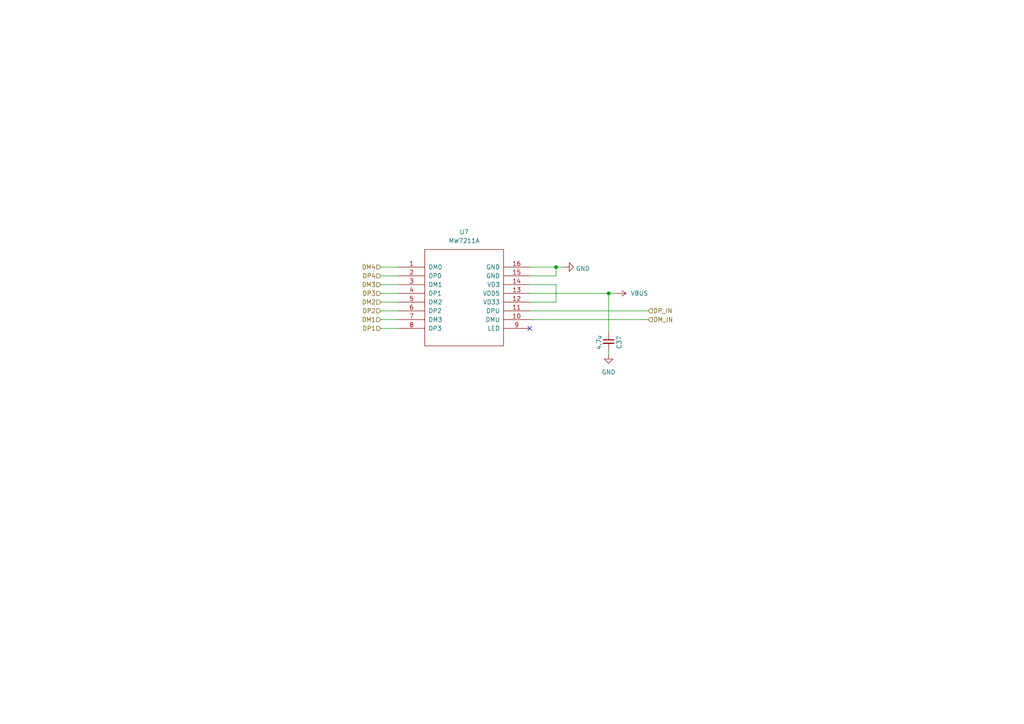
<source format=kicad_sch>
(kicad_sch (version 20250114) (generator "eeschema") (generator_version "9.0")
  (paper "A4")
  (title_block (title "MiniFRANK RM1") (date "2025-04-07") (rev "${VERSION}") (company "Mikhail Matveev") (comment 1 "https://github.com/xtremespb/frank"))
  (lib_symbols
    (symbol "Device:C_Small" (pin_numbers (hide yes)) (pin_names (offset 0.254) (hide yes))
      (property "Reference" "C" (at 0.254 1.778 0))
      (property "Value" "C_Small" (at 0.254 -2.032 0))
      (symbol "C_Small_0_1"
        (polyline (pts (xy -1.524 0.508) (xy 1.524 0.508)) (stroke (width 0.3048)))
        (polyline (pts (xy -1.524 -0.508) (xy 1.524 -0.508)) (stroke (width 0.3302)))
      )
      (symbol "C_Small_1_1"
        (pin passive line (at 0 2.54 270) (length 2.032) (name "~") (number "1"))
        (pin passive line (at 0 -2.54 90) (length 2.032) (name "~") (number "2"))
      )
    )
    (symbol "FRANK:MW7211A" (pin_names (offset 1.016))
      (property "Reference" "U10" (at 0 19.05 0))
      (property "Value" "MW7211A" (at 0 16.51 0))
      (symbol "MW7211A_1_0"
        (rectangle (start -11.43 -13.97) (end 11.43 13.97))
      )
      (symbol "MW7211A_1_1"
        (pin input line (at -19.05 8.89 0) (length 7.62) (name "DM0") (number "1"))
        (pin input line (at -19.05 6.35 0) (length 7.62) (name "DP0") (number "2"))
        (pin input line (at -19.05 3.81 0) (length 7.62) (name "DM1") (number "3"))
        (pin input line (at -19.05 1.27 0) (length 7.62) (name "DP1") (number "4"))
        (pin input line (at -19.05 -1.27 0) (length 7.62) (name "DM2") (number "5"))
        (pin input line (at -19.05 -3.81 0) (length 7.62) (name "DP2") (number "6"))
        (pin input line (at -19.05 -6.35 0) (length 7.62) (name "DM3") (number "7"))
        (pin input line (at -19.05 -8.89 0) (length 7.62) (name "DP3") (number "8"))
        (pin input line (at 19.05 8.89 180) (length 7.62) (name "GND") (number "16"))
        (pin input line (at 19.05 6.35 180) (length 7.62) (name "GND") (number "15"))
        (pin input line (at 19.05 3.81 180) (length 7.62) (name "VD3") (number "14"))
        (pin input line (at 19.05 1.27 180) (length 7.62) (name "VDD5") (number "13"))
        (pin input line (at 19.05 -1.27 180) (length 7.62) (name "VD33") (number "12"))
        (pin input line (at 19.05 -3.81 180) (length 7.62) (name "DPU") (number "11"))
        (pin input line (at 19.05 -6.35 180) (length 7.62) (name "DMU") (number "10"))
        (pin input line (at 19.05 -8.89 180) (length 7.62) (name "LED") (number "9"))
      )
    )
    (symbol "power:GND" (power) (pin_numbers (hide yes)) (pin_names (offset 0) (hide yes))
      (property "Value" "GND" (at 0 -3.81 0))
      (symbol "GND_0_1"
        (polyline (pts (xy 0 0) (xy 0 -1.27) (xy 1.27 -1.27) (xy 0 -2.54) (xy -1.27 -1.27) (xy 0 -1.27)))
      )
      (symbol "GND_1_1"
        (pin power_in line (at 0 0 270) (length 0) (name "~") (number "1"))
      )
    )
    (symbol "power:VBUS" (power) (pin_numbers (hide yes)) (pin_names (offset 0) (hide yes))
      (property "Value" "VBUS" (at 0 3.556 0))
      (symbol "VBUS_0_1"
        (polyline (pts (xy -0.762 1.27) (xy 0 2.54)))
        (polyline (pts (xy 0 2.54) (xy 0.762 1.27)))
        (polyline (pts (xy 0 0) (xy 0 2.54)))
      )
      (symbol "VBUS_1_1"
        (pin power_in line (at 0 0 90) (length 0) (name "~") (number "1"))
      )
    )
  )
  (junction (at 161.29 77.47))
  (junction (at 176.53 85.09))
  (no_connect (at 153.67 95.25))
  (wire (pts (xy 110.49 85.09) (xy 115.57 85.09)))
  (wire (pts (xy 161.29 82.55) (xy 153.67 82.55)))
  (wire (pts (xy 161.29 77.47) (xy 153.67 77.47)))
  (wire (pts (xy 153.67 87.63) (xy 161.29 87.63)))
  (wire (pts (xy 176.53 102.87) (xy 176.53 101.6)))
  (wire (pts (xy 153.67 85.09) (xy 176.53 85.09)))
  (wire (pts (xy 110.49 82.55) (xy 115.57 82.55)))
  (wire (pts (xy 153.67 80.01) (xy 161.29 80.01)))
  (wire (pts (xy 161.29 87.63) (xy 161.29 82.55)))
  (wire (pts (xy 110.49 87.63) (xy 115.57 87.63)))
  (wire (pts (xy 110.49 77.47) (xy 115.57 77.47)))
  (wire (pts (xy 161.29 80.01) (xy 161.29 77.47)))
  (wire (pts (xy 110.49 92.71) (xy 115.57 92.71)))
  (wire (pts (xy 176.53 85.09) (xy 179.07 85.09)))
  (wire (pts (xy 110.49 90.17) (xy 115.57 90.17)))
  (wire (pts (xy 153.67 90.17) (xy 187.96 90.17)))
  (wire (pts (xy 153.67 92.71) (xy 187.96 92.71)))
  (wire (pts (xy 163.83 77.47) (xy 161.29 77.47)))
  (wire (pts (xy 110.49 95.25) (xy 115.57 95.25)))
  (wire (pts (xy 110.49 80.01) (xy 115.57 80.01)))
  (wire (pts (xy 176.53 85.09) (xy 176.53 96.52)))
  (hierarchical_label "DM2" (shape input) (at 110.49 87.63 180))
  (hierarchical_label "DP3" (shape input) (at 110.49 85.09 180))
  (hierarchical_label "DM_IN" (shape input) (at 187.96 92.71 0))
  (hierarchical_label "DM3" (shape input) (at 110.49 82.55 180))
  (hierarchical_label "DP4" (shape input) (at 110.49 80.01 180))
  (hierarchical_label "DM1" (shape input) (at 110.49 92.71 180))
  (hierarchical_label "DP_IN" (shape input) (at 187.96 90.17 0))
  (hierarchical_label "DP2" (shape input) (at 110.49 90.17 180))
  (hierarchical_label "DP1" (shape input) (at 110.49 95.25 180))
  (hierarchical_label "DM4" (shape input) (at 110.49 77.47 180))
  (symbol (lib_id "power:GND") (at 176.53 102.87 0) (unit 1)
    (property "Reference" "#PWR091" (effects (hide yes)))
    (property "Value" "GND" (at 176.53 107.95 0))
    (property "Description" "Power symbol creates a global label with name \"GND\" , ground" (effects (hide yes)))
  )
  (symbol (lib_id "power:VBUS") (at 179.07 85.09 270) (unit 1)
    (property "Reference" "#PWR090" (effects (hide yes)))
    (property "Value" "VBUS" (at 182.88 85.0899 90) (effects (justify left)))
    (property "Description" "Power symbol creates a global label with name \"VBUS\"" (effects (hide yes)))
  )
  (symbol (lib_id "power:GND") (at 163.83 77.47 90) (unit 1)
    (property "Reference" "#PWR089" (effects (hide yes)))
    (property "Value" "GND" (at 167.005 77.9038 90) (effects (justify right)))
    (property "Description" "Power symbol creates a global label with name \"GND\" , ground" (effects (hide yes)))
  )
  (symbol (lib_id "Device:C_Small") (at 176.53 99.06 0) (unit 1)
    (property "Reference" "C37" (at 179.578 99.314 90))
    (property "Value" "4.7u" (at 173.736 99.314 90))
    (property "Footprint" "FRANK:Capacitor (0805)" (effects (hide yes)))
    (property "Datasheet" "https://eu.mouser.com/datasheet/2/40/KGM_X7R-3223212.pdf" (effects (hide yes)))
    (property "Description" "Unpolarized capacitor, small symbol" (effects (hide yes)))
    (property "AliExpress" "https://www.aliexpress.com/item/33008008276.html" (effects (hide yes)))
    (property "LCSC" "C1746" (effects (hide yes)))
  )
  (symbol (lib_id "FRANK:MW7211A") (at 134.62 86.36 0) (unit 1)
    (property "Reference" "U7" (at 134.62 67.31 0))
    (property "Value" "MW7211A" (at 134.62 69.85 0))
    (property "Footprint" "FRANK:SOP-16" (effects (hide yes)))
    (property "Datasheet" "https://content.instructables.com/FTQ/K2JY/KW6E9NZ8/FTQK2JYKW6E9NZ8.pdf" (effects (hide yes)))
    (property "AliExpress" "https://www.aliexpress.com/item/1005007446137541.html" (effects (hide yes)))
  )
)
</source>
